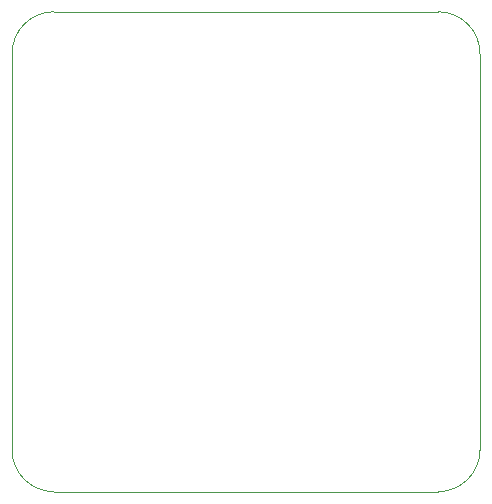
<source format=gbr>
%TF.GenerationSoftware,KiCad,Pcbnew,(5.1.6)-1*%
%TF.CreationDate,2020-09-17T21:49:40+02:00*%
%TF.ProjectId,gpioexpander5,6770696f-6578-4706-916e-646572352e6b,rev?*%
%TF.SameCoordinates,Original*%
%TF.FileFunction,Profile,NP*%
%FSLAX46Y46*%
G04 Gerber Fmt 4.6, Leading zero omitted, Abs format (unit mm)*
G04 Created by KiCad (PCBNEW (5.1.6)-1) date 2020-09-17 21:49:40*
%MOMM*%
%LPD*%
G01*
G04 APERTURE LIST*
%TA.AperFunction,Profile*%
%ADD10C,0.050000*%
%TD*%
G04 APERTURE END LIST*
D10*
X141732000Y-88392000D02*
X109220000Y-88392000D01*
X145288000Y-51308000D02*
X145288000Y-84836000D01*
X145288000Y-84836000D02*
G75*
G02*
X141732000Y-88392000I-3556000J0D01*
G01*
X105664000Y-51308000D02*
X105664000Y-84836000D01*
X109220000Y-88392000D02*
G75*
G02*
X105664000Y-84836000I0J3556000D01*
G01*
X141732000Y-47752000D02*
X109220000Y-47752000D01*
X105664000Y-51308000D02*
G75*
G02*
X109220000Y-47752000I3556000J0D01*
G01*
X141732000Y-47752000D02*
G75*
G02*
X145288000Y-51308000I0J-3556000D01*
G01*
M02*

</source>
